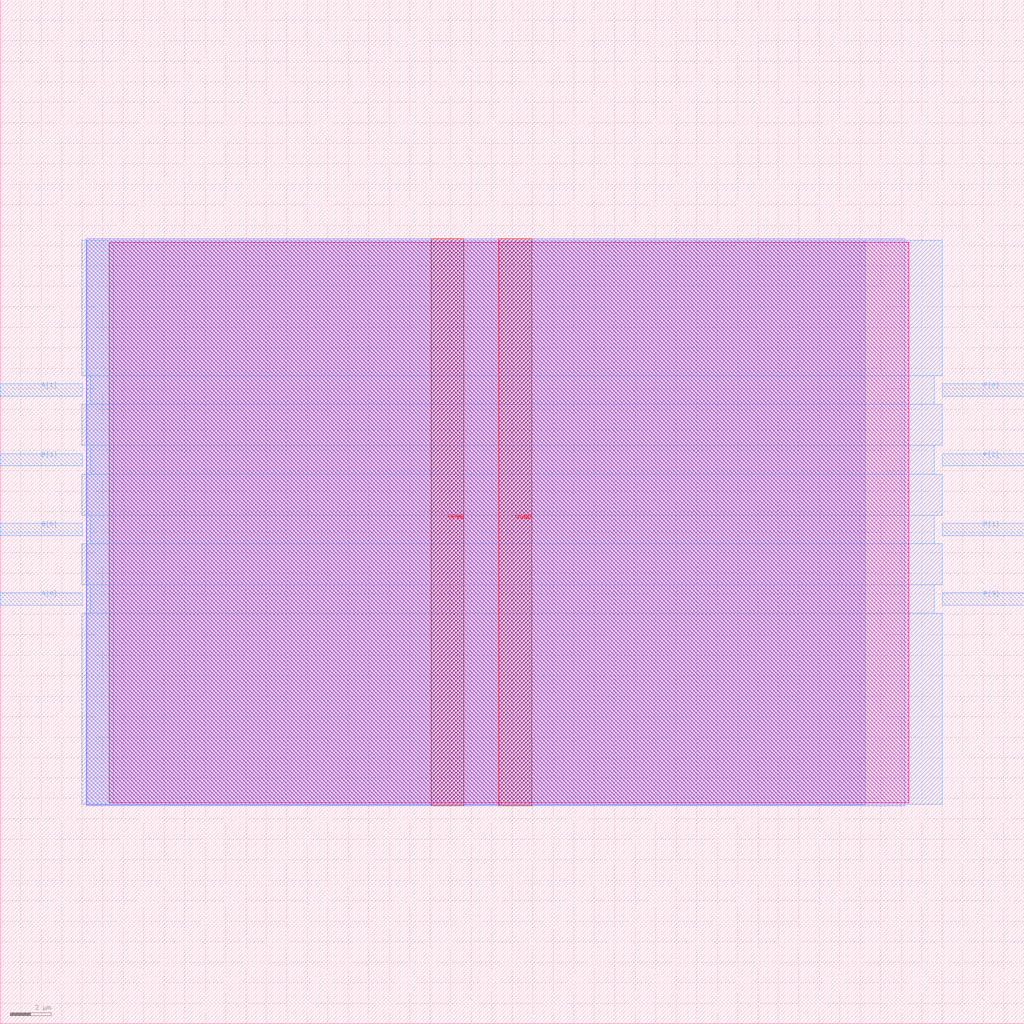
<source format=lef>
VERSION 5.7 ;
  NOWIREEXTENSIONATPIN ON ;
  DIVIDERCHAR "/" ;
  BUSBITCHARS "[]" ;
MACRO SarsaNada_e8
  CLASS BLOCK ;
  FOREIGN SarsaNada_e8 ;
  ORIGIN 0.000 0.000 ;
  SIZE 50.000 BY 50.000 ;
  PIN A[0]
    DIRECTION INPUT ;
    USE SIGNAL ;
    ANTENNAGATEAREA 0.196500 ;
    PORT
      LAYER met3 ;
        RECT 0.000 20.440 4.000 21.040 ;
    END
  END A[0]
  PIN A[1]
    DIRECTION INPUT ;
    USE SIGNAL ;
    ANTENNAGATEAREA 0.196500 ;
    PORT
      LAYER met3 ;
        RECT 0.000 30.640 4.000 31.240 ;
    END
  END A[1]
  PIN B[0]
    DIRECTION INPUT ;
    USE SIGNAL ;
    ANTENNAGATEAREA 0.196500 ;
    PORT
      LAYER met3 ;
        RECT 0.000 23.840 4.000 24.440 ;
    END
  END B[0]
  PIN B[1]
    DIRECTION INPUT ;
    USE SIGNAL ;
    ANTENNAGATEAREA 0.196500 ;
    PORT
      LAYER met3 ;
        RECT 0.000 27.240 4.000 27.840 ;
    END
  END B[1]
  PIN P[0]
    DIRECTION OUTPUT ;
    USE SIGNAL ;
    ANTENNADIFFAREA 0.445500 ;
    PORT
      LAYER met3 ;
        RECT 46.000 30.640 50.000 31.240 ;
    END
  END P[0]
  PIN P[1]
    DIRECTION OUTPUT ;
    USE SIGNAL ;
    ANTENNADIFFAREA 0.445500 ;
    PORT
      LAYER met3 ;
        RECT 46.000 23.840 50.000 24.440 ;
    END
  END P[1]
  PIN P[2]
    DIRECTION OUTPUT ;
    USE SIGNAL ;
    ANTENNADIFFAREA 0.445500 ;
    PORT
      LAYER met3 ;
        RECT 46.000 27.240 50.000 27.840 ;
    END
  END P[2]
  PIN P[3]
    DIRECTION OUTPUT ;
    USE SIGNAL ;
    ANTENNADIFFAREA 0.445500 ;
    PORT
      LAYER met3 ;
        RECT 46.000 20.440 50.000 21.040 ;
    END
  END P[3]
  PIN VGND
    DIRECTION INOUT ;
    USE GROUND ;
    PORT
      LAYER met4 ;
        RECT 24.340 10.640 25.940 38.320 ;
    END
  END VGND
  PIN VPWR
    DIRECTION INOUT ;
    USE POWER ;
    PORT
      LAYER met4 ;
        RECT 21.040 10.640 22.640 38.320 ;
    END
  END VPWR
  OBS
      LAYER nwell ;
        RECT 5.330 10.795 44.350 38.165 ;
      LAYER li1 ;
        RECT 5.520 10.795 44.160 38.165 ;
      LAYER met1 ;
        RECT 4.210 10.640 44.160 38.320 ;
      LAYER met2 ;
        RECT 4.230 10.695 42.230 38.265 ;
      LAYER met3 ;
        RECT 3.990 31.640 46.000 38.245 ;
        RECT 4.400 30.240 45.600 31.640 ;
        RECT 3.990 28.240 46.000 30.240 ;
        RECT 4.400 26.840 45.600 28.240 ;
        RECT 3.990 24.840 46.000 26.840 ;
        RECT 4.400 23.440 45.600 24.840 ;
        RECT 3.990 21.440 46.000 23.440 ;
        RECT 4.400 20.040 45.600 21.440 ;
        RECT 3.990 10.715 46.000 20.040 ;
  END
END SarsaNada_e8
END LIBRARY


</source>
